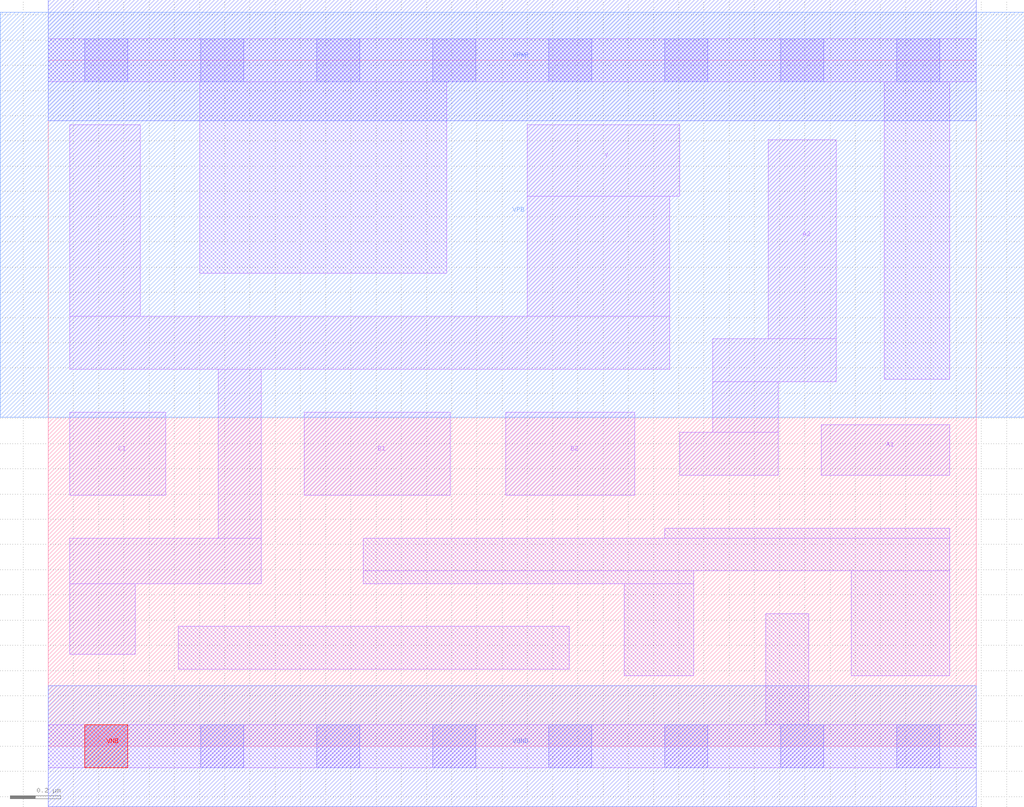
<source format=lef>
# Copyright 2020 The SkyWater PDK Authors
#
# Licensed under the Apache License, Version 2.0 (the "License");
# you may not use this file except in compliance with the License.
# You may obtain a copy of the License at
#
#     https://www.apache.org/licenses/LICENSE-2.0
#
# Unless required by applicable law or agreed to in writing, software
# distributed under the License is distributed on an "AS IS" BASIS,
# WITHOUT WARRANTIES OR CONDITIONS OF ANY KIND, either express or implied.
# See the License for the specific language governing permissions and
# limitations under the License.
#
# SPDX-License-Identifier: Apache-2.0

VERSION 5.7 ;
  NOWIREEXTENSIONATPIN ON ;
  DIVIDERCHAR "/" ;
  BUSBITCHARS "[]" ;
PROPERTYDEFINITIONS
  MACRO maskLayoutSubType STRING ;
  MACRO prCellType STRING ;
  MACRO originalViewName STRING ;
END PROPERTYDEFINITIONS
MACRO sky130_fd_sc_hdll__o221ai_1
  CLASS CORE ;
  FOREIGN sky130_fd_sc_hdll__o221ai_1 ;
  ORIGIN  0.000000  0.000000 ;
  SIZE  3.680000 BY  2.720000 ;
  SYMMETRY X Y R90 ;
  SITE unithd ;
  PIN A1
    ANTENNAGATEAREA  0.277500 ;
    DIRECTION INPUT ;
    USE SIGNAL ;
    PORT
      LAYER li1 ;
        RECT 3.065000 1.075000 3.575000 1.275000 ;
    END
  END A1
  PIN A2
    ANTENNAGATEAREA  0.277500 ;
    DIRECTION INPUT ;
    USE SIGNAL ;
    PORT
      LAYER li1 ;
        RECT 2.505000 1.075000 2.895000 1.245000 ;
        RECT 2.635000 1.245000 2.895000 1.445000 ;
        RECT 2.635000 1.445000 3.125000 1.615000 ;
        RECT 2.855000 1.615000 3.125000 2.405000 ;
    END
  END A2
  PIN B1
    ANTENNAGATEAREA  0.277500 ;
    DIRECTION INPUT ;
    USE SIGNAL ;
    PORT
      LAYER li1 ;
        RECT 1.015000 0.995000 1.595000 1.325000 ;
    END
  END B1
  PIN B2
    ANTENNAGATEAREA  0.277500 ;
    DIRECTION INPUT ;
    USE SIGNAL ;
    PORT
      LAYER li1 ;
        RECT 1.815000 0.995000 2.325000 1.325000 ;
    END
  END B2
  PIN C1
    ANTENNAGATEAREA  0.277500 ;
    DIRECTION INPUT ;
    USE SIGNAL ;
    PORT
      LAYER li1 ;
        RECT 0.085000 0.995000 0.465000 1.325000 ;
    END
  END C1
  PIN VGND
    ANTENNADIFFAREA  0.175500 ;
    DIRECTION INOUT ;
    USE SIGNAL ;
    PORT
      LAYER met1 ;
        RECT 0.000000 -0.240000 3.680000 0.240000 ;
    END
  END VGND
  PIN VPWR
    ANTENNADIFFAREA  1.240000 ;
    DIRECTION INOUT ;
    USE SIGNAL ;
    PORT
      LAYER met1 ;
        RECT 0.000000 2.480000 3.680000 2.960000 ;
    END
  END VPWR
  PIN Y
    ANTENNADIFFAREA  0.974500 ;
    DIRECTION OUTPUT ;
    USE SIGNAL ;
    PORT
      LAYER li1 ;
        RECT 0.085000 0.365000 0.345000 0.645000 ;
        RECT 0.085000 0.645000 0.845000 0.825000 ;
        RECT 0.085000 1.495000 2.465000 1.705000 ;
        RECT 0.085000 1.705000 0.365000 2.465000 ;
        RECT 0.675000 0.825000 0.845000 1.495000 ;
        RECT 1.900000 1.705000 2.465000 2.180000 ;
        RECT 1.900000 2.180000 2.505000 2.465000 ;
    END
  END Y
  PIN VNB
    DIRECTION INOUT ;
    USE GROUND ;
    PORT
      LAYER pwell ;
        RECT 0.145000 -0.085000 0.315000 0.085000 ;
    END
  END VNB
  PIN VPB
    DIRECTION INOUT ;
    USE POWER ;
    PORT
      LAYER nwell ;
        RECT -0.190000 1.305000 3.870000 2.910000 ;
    END
  END VPB
  OBS
    LAYER li1 ;
      RECT 0.000000 -0.085000 3.680000 0.085000 ;
      RECT 0.000000  2.635000 3.680000 2.805000 ;
      RECT 0.515000  0.305000 2.065000 0.475000 ;
      RECT 0.600000  1.875000 1.580000 2.635000 ;
      RECT 1.250000  0.645000 2.560000 0.695000 ;
      RECT 1.250000  0.695000 3.575000 0.825000 ;
      RECT 2.285000  0.280000 2.560000 0.645000 ;
      RECT 2.445000  0.825000 3.575000 0.865000 ;
      RECT 2.845000  0.085000 3.015000 0.525000 ;
      RECT 3.185000  0.280000 3.575000 0.695000 ;
      RECT 3.315000  1.455000 3.575000 2.635000 ;
    LAYER mcon ;
      RECT 0.145000 -0.085000 0.315000 0.085000 ;
      RECT 0.145000  2.635000 0.315000 2.805000 ;
      RECT 0.605000 -0.085000 0.775000 0.085000 ;
      RECT 0.605000  2.635000 0.775000 2.805000 ;
      RECT 1.065000 -0.085000 1.235000 0.085000 ;
      RECT 1.065000  2.635000 1.235000 2.805000 ;
      RECT 1.525000 -0.085000 1.695000 0.085000 ;
      RECT 1.525000  2.635000 1.695000 2.805000 ;
      RECT 1.985000 -0.085000 2.155000 0.085000 ;
      RECT 1.985000  2.635000 2.155000 2.805000 ;
      RECT 2.445000 -0.085000 2.615000 0.085000 ;
      RECT 2.445000  2.635000 2.615000 2.805000 ;
      RECT 2.905000 -0.085000 3.075000 0.085000 ;
      RECT 2.905000  2.635000 3.075000 2.805000 ;
      RECT 3.365000 -0.085000 3.535000 0.085000 ;
      RECT 3.365000  2.635000 3.535000 2.805000 ;
  END
  PROPERTY maskLayoutSubType "abstract" ;
  PROPERTY prCellType "standard" ;
  PROPERTY originalViewName "layout" ;
END sky130_fd_sc_hdll__o221ai_1
END LIBRARY

</source>
